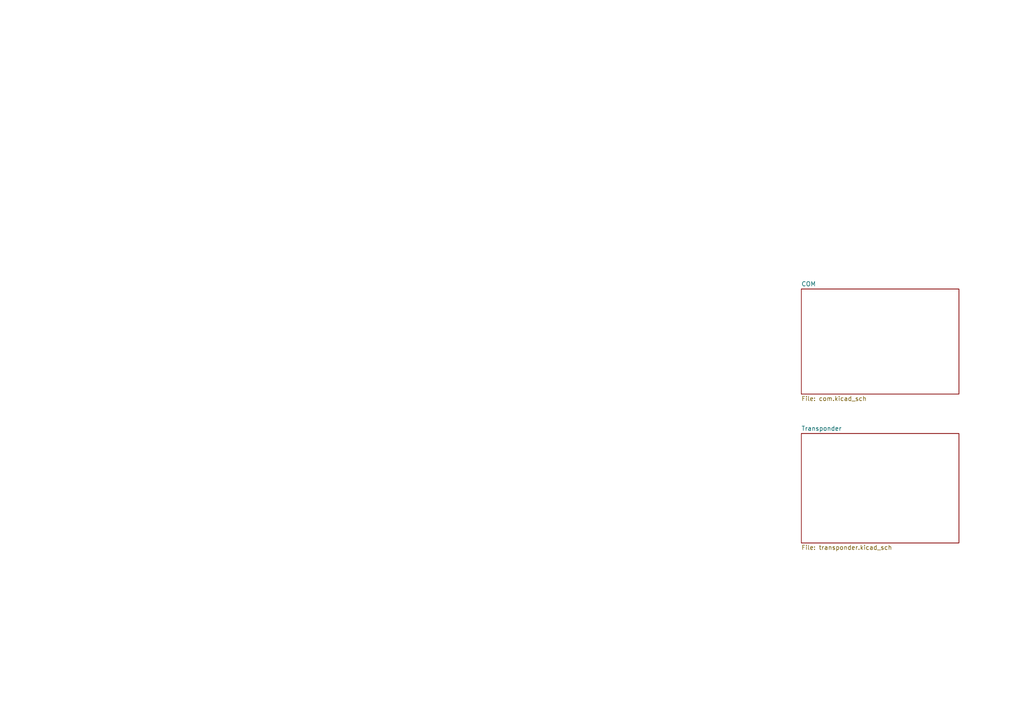
<source format=kicad_sch>
(kicad_sch (version 20211123) (generator eeschema)
  (paper "A4")
  (lib_symbols)
  (sheet (at 232.41 125.73) (size 45.72 31.75) (stroke (width 0.1524))
    (property "Sheet name" "Transponder" (at 232.41 125.0184 0) (effects (justify left bottom)))
    (property "Sheet file" "transponder.kicad_sch" (at 232.41 158.0646 0) (effects (justify left top)))
  )
  (sheet (at 232.41 83.82) (size 45.72 30.48) (stroke (width 0.1524))
    (property "Sheet name" "COM" (at 232.41 83.1084 0) (effects (justify left bottom)))
    (property "Sheet file" "com.kicad_sch" (at 232.41 114.8846 0) (effects (justify left top)))
  )
)
</source>
